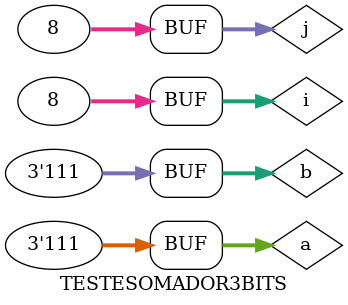
<source format=v>
module MEIASOMANAND(soma,carry,a,b);
output soma,carry;
input a,b;
wire temp1,temp2,temp3,temp4;

nand NAND1 (temp1,a,b);
nand NAND2 (temp2,temp1,a);
nand NAND3 (temp3,temp1,b);
nand NAND4 (soma,temp2,temp3);
nand NAND5 (temp4,a,b);
nand NAND6 (carry,temp4,temp4);

 endmodule


module SOMACOMPLETANAND(soma,carry,a,b,c);

output soma,carry;
input a,b,c;
wire temp1,temp2,temp3,tmp4,temp5;

MEIASOMANAND MEIASOMA1 (temp1,temp2,a,b);
MEIASOMANAND MEIASOMA2 (soma,temp3,temp1,c);
nand NAND1(temp4,temp2,temp2); 
nand NAND2(temp5,temp3,temp3);
nand NAND3(carry,temp4,temp5);


 endmodule


module SOMACOMPLETANAND3BITS(soma,carry,a,b);

input [2:0]a,b;
output [2:0]soma;
output carry;
wire temp1,temp2;

MEIASOMANAND MEIASOMA1 (soma[0],temp1,a[0],b[0]);
SOMACOMPLETANAND SOMACOMPLETA1 (soma[1],temp2,a[1],b[1],temp1);
SOMACOMPLETANAND SOMACOMPLETA2 (soma[2],carry,a[2],b[2],temp2);

 endmodule

module TESTESOMADOR3BITS;
reg [2:0]a,b;
wire [2:0]soma;
wire carry;
integer i,j;


SOMACOMPLETANAND3BITS SOMACOMPLETA1 (soma,carry,a,b);

initial begin: start
		a=0; b=0;
end


	initial begin:main

		$display(" Larissa Fernandes Leijoto - 410476 ");
		#1 $display(" a | b = carry | soma ");
		#1 $monitor(" %3b | %3b =   %b  | %3b", a,b,carry,soma);

		for( i=0; i<=7; i = i+1 )
		begin
			a = i;
			for ( j=0; j<=7; j = j+1 )
			begin
				#1 b = j;
			end
		end

	end

endmodule

</source>
